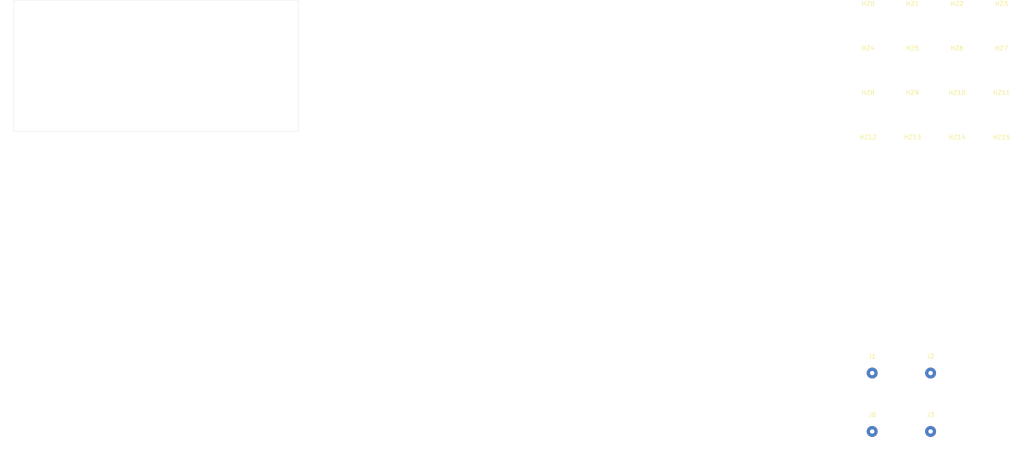
<source format=kicad_pcb>
(kicad_pcb (version 20171130) (host pcbnew 5.1.5-52549c5~86~ubuntu18.04.1)

  (general
    (thickness 1.6)
    (drawings 4)
    (tracks 0)
    (zones 0)
    (modules 74)
    (nets 2)
  )

  (page A4)
  (title_block
    (title "A03 BACKPLATE")
    (company Galopago)
  )

  (layers
    (0 F.Cu signal)
    (31 B.Cu signal)
    (32 B.Adhes user)
    (33 F.Adhes user)
    (34 B.Paste user)
    (35 F.Paste user)
    (36 B.SilkS user)
    (37 F.SilkS user)
    (38 B.Mask user)
    (39 F.Mask user)
    (40 Dwgs.User user)
    (41 Cmts.User user)
    (42 Eco1.User user)
    (43 Eco2.User user)
    (44 Edge.Cuts user)
    (45 Margin user)
    (46 B.CrtYd user)
    (47 F.CrtYd user)
    (48 B.Fab user)
    (49 F.Fab user)
  )

  (setup
    (last_trace_width 0.25)
    (trace_clearance 0.2)
    (zone_clearance 0.508)
    (zone_45_only no)
    (trace_min 0.2)
    (via_size 0.8)
    (via_drill 0.4)
    (via_min_size 0.4)
    (via_min_drill 0.3)
    (uvia_size 0.3)
    (uvia_drill 0.1)
    (uvias_allowed no)
    (uvia_min_size 0.2)
    (uvia_min_drill 0.1)
    (edge_width 0.05)
    (segment_width 0.2)
    (pcb_text_width 0.3)
    (pcb_text_size 1.5 1.5)
    (mod_edge_width 0.12)
    (mod_text_size 1 1)
    (mod_text_width 0.15)
    (pad_size 3 3)
    (pad_drill 3)
    (pad_to_mask_clearance 0.051)
    (solder_mask_min_width 0.25)
    (aux_axis_origin 0 0)
    (visible_elements FFFFFF7F)
    (pcbplotparams
      (layerselection 0x010fc_ffffffff)
      (usegerberextensions false)
      (usegerberattributes false)
      (usegerberadvancedattributes false)
      (creategerberjobfile false)
      (excludeedgelayer true)
      (linewidth 0.100000)
      (plotframeref false)
      (viasonmask false)
      (mode 1)
      (useauxorigin false)
      (hpglpennumber 1)
      (hpglpenspeed 20)
      (hpglpendiameter 15.000000)
      (psnegative false)
      (psa4output false)
      (plotreference true)
      (plotvalue true)
      (plotinvisibletext false)
      (padsonsilk false)
      (subtractmaskfromsilk false)
      (outputformat 1)
      (mirror false)
      (drillshape 1)
      (scaleselection 1)
      (outputdirectory ""))
  )

  (net 0 "")
  (net 1 "Net-(J0-Pad1)")

  (net_class Default "This is the default net class."
    (clearance 0.2)
    (trace_width 0.25)
    (via_dia 0.8)
    (via_drill 0.4)
    (uvia_dia 0.3)
    (uvia_drill 0.1)
    (add_net "Net-(J0-Pad1)")
  )

  (module MountingHole:MountingHole_3mm (layer F.Cu) (tedit 56D1B4CB) (tstamp 5F35EC19)
    (at 155.89 44.13)
    (descr "Mounting Hole 3mm, no annular")
    (tags "mounting hole 3mm no annular")
    (path /5F35C815)
    (attr virtual)
    (fp_text reference HC13 (at 0 -4) (layer F.SilkS) hide
      (effects (font (size 1 1) (thickness 0.15)))
    )
    (fp_text value MountingHole (at 0 4) (layer F.Fab)
      (effects (font (size 1 1) (thickness 0.15)))
    )
    (fp_circle (center 0 0) (end 3.25 0) (layer F.CrtYd) (width 0.05))
    (fp_circle (center 0 0) (end 3 0) (layer Cmts.User) (width 0.15))
    (fp_text user %R (at 0.3 0) (layer F.Fab)
      (effects (font (size 1 1) (thickness 0.15)))
    )
    (pad 1 np_thru_hole circle (at 0 0) (size 3 3) (drill 3) (layers *.Cu *.Mask))
  )

  (module Connector_Wire:SolderWirePad_1x01_Drill1mm (layer F.Cu) (tedit 5AEE5EBE) (tstamp 5F35F171)
    (at 231.14 117.475)
    (descr "Wire solder connection")
    (tags connector)
    (path /5F5DDB13)
    (attr virtual)
    (fp_text reference J3 (at 0 -3.81) (layer F.SilkS)
      (effects (font (size 1 1) (thickness 0.15)))
    )
    (fp_text value Conn_01x01_Male (at 0 3.175) (layer F.Fab)
      (effects (font (size 1 1) (thickness 0.15)))
    )
    (fp_line (start 1.75 1.75) (end -1.75 1.75) (layer F.CrtYd) (width 0.05))
    (fp_line (start 1.75 1.75) (end 1.75 -1.75) (layer F.CrtYd) (width 0.05))
    (fp_line (start -1.75 -1.75) (end -1.75 1.75) (layer F.CrtYd) (width 0.05))
    (fp_line (start -1.75 -1.75) (end 1.75 -1.75) (layer F.CrtYd) (width 0.05))
    (fp_text user %R (at 0 0) (layer F.Fab)
      (effects (font (size 1 1) (thickness 0.15)))
    )
    (pad 1 thru_hole circle (at 0 0) (size 2.49936 2.49936) (drill 1.00076) (layers *.Cu *.Mask)
      (net 1 "Net-(J0-Pad1)"))
  )

  (module Connector_Wire:SolderWirePad_1x01_Drill1mm (layer F.Cu) (tedit 5AEE5EBE) (tstamp 5F35F167)
    (at 231.14 104.14)
    (descr "Wire solder connection")
    (tags connector)
    (path /5F5DCAC3)
    (attr virtual)
    (fp_text reference J2 (at 0 -3.81) (layer F.SilkS)
      (effects (font (size 1 1) (thickness 0.15)))
    )
    (fp_text value Conn_01x01_Male (at 0 3.175) (layer F.Fab)
      (effects (font (size 1 1) (thickness 0.15)))
    )
    (fp_line (start 1.75 1.75) (end -1.75 1.75) (layer F.CrtYd) (width 0.05))
    (fp_line (start 1.75 1.75) (end 1.75 -1.75) (layer F.CrtYd) (width 0.05))
    (fp_line (start -1.75 -1.75) (end -1.75 1.75) (layer F.CrtYd) (width 0.05))
    (fp_line (start -1.75 -1.75) (end 1.75 -1.75) (layer F.CrtYd) (width 0.05))
    (fp_text user %R (at 0 0) (layer F.Fab)
      (effects (font (size 1 1) (thickness 0.15)))
    )
    (pad 1 thru_hole circle (at 0 0) (size 2.49936 2.49936) (drill 1.00076) (layers *.Cu *.Mask)
      (net 1 "Net-(J0-Pad1)"))
  )

  (module Connector_Wire:SolderWirePad_1x01_Drill1mm (layer F.Cu) (tedit 5AEE5EBE) (tstamp 5F35F15D)
    (at 217.805 104.14)
    (descr "Wire solder connection")
    (tags connector)
    (path /5F5DB1C6)
    (attr virtual)
    (fp_text reference J1 (at 0 -3.81) (layer F.SilkS)
      (effects (font (size 1 1) (thickness 0.15)))
    )
    (fp_text value Conn_01x01_Male (at 0 3.175) (layer F.Fab)
      (effects (font (size 1 1) (thickness 0.15)))
    )
    (fp_line (start 1.75 1.75) (end -1.75 1.75) (layer F.CrtYd) (width 0.05))
    (fp_line (start 1.75 1.75) (end 1.75 -1.75) (layer F.CrtYd) (width 0.05))
    (fp_line (start -1.75 -1.75) (end -1.75 1.75) (layer F.CrtYd) (width 0.05))
    (fp_line (start -1.75 -1.75) (end 1.75 -1.75) (layer F.CrtYd) (width 0.05))
    (fp_text user %R (at 0 0) (layer F.Fab)
      (effects (font (size 1 1) (thickness 0.15)))
    )
    (pad 1 thru_hole circle (at 0 0) (size 2.49936 2.49936) (drill 1.00076) (layers *.Cu *.Mask)
      (net 1 "Net-(J0-Pad1)"))
  )

  (module Connector_Wire:SolderWirePad_1x01_Drill1mm (layer F.Cu) (tedit 5AEE5EBE) (tstamp 5F35F153)
    (at 217.805 117.475)
    (descr "Wire solder connection")
    (tags connector)
    (path /5F5D91C6)
    (attr virtual)
    (fp_text reference J0 (at 0 -3.81) (layer F.SilkS)
      (effects (font (size 1 1) (thickness 0.15)))
    )
    (fp_text value Conn_01x01_Male (at 0 3.175) (layer F.Fab)
      (effects (font (size 1 1) (thickness 0.15)))
    )
    (fp_line (start 1.75 1.75) (end -1.75 1.75) (layer F.CrtYd) (width 0.05))
    (fp_line (start 1.75 1.75) (end 1.75 -1.75) (layer F.CrtYd) (width 0.05))
    (fp_line (start -1.75 -1.75) (end -1.75 1.75) (layer F.CrtYd) (width 0.05))
    (fp_line (start -1.75 -1.75) (end 1.75 -1.75) (layer F.CrtYd) (width 0.05))
    (fp_text user %R (at 0 0) (layer F.Fab)
      (effects (font (size 1 1) (thickness 0.15)))
    )
    (pad 1 thru_hole circle (at 0 0) (size 2.49936 2.49936) (drill 1.00076) (layers *.Cu *.Mask)
      (net 1 "Net-(J0-Pad1)"))
  )

  (module MountingHole:MountingHole_3mm (layer F.Cu) (tedit 56D1B4CB) (tstamp 5F35F149)
    (at 247.33 54.29)
    (descr "Mounting Hole 3mm, no annular")
    (tags "mounting hole 3mm no annular")
    (path /5F3D032D)
    (attr virtual)
    (fp_text reference HZ15 (at 0 -4) (layer F.SilkS)
      (effects (font (size 1 1) (thickness 0.15)))
    )
    (fp_text value MountingHole (at 0 4) (layer F.Fab)
      (effects (font (size 1 1) (thickness 0.15)))
    )
    (fp_circle (center 0 0) (end 3.25 0) (layer F.CrtYd) (width 0.05))
    (fp_circle (center 0 0) (end 3 0) (layer Cmts.User) (width 0.15))
    (fp_text user %R (at 0.3 0) (layer F.Fab)
      (effects (font (size 1 1) (thickness 0.15)))
    )
    (pad 1 np_thru_hole circle (at 0 0) (size 3 3) (drill 3) (layers *.Cu *.Mask))
  )

  (module MountingHole:MountingHole_3mm (layer F.Cu) (tedit 56D1B4CB) (tstamp 5F35F141)
    (at 237.17 54.29)
    (descr "Mounting Hole 3mm, no annular")
    (tags "mounting hole 3mm no annular")
    (path /5F3CE27E)
    (attr virtual)
    (fp_text reference HZ14 (at 0 -4) (layer F.SilkS)
      (effects (font (size 1 1) (thickness 0.15)))
    )
    (fp_text value MountingHole (at 0 4) (layer F.Fab)
      (effects (font (size 1 1) (thickness 0.15)))
    )
    (fp_circle (center 0 0) (end 3.25 0) (layer F.CrtYd) (width 0.05))
    (fp_circle (center 0 0) (end 3 0) (layer Cmts.User) (width 0.15))
    (fp_text user %R (at 0.3 0) (layer F.Fab)
      (effects (font (size 1 1) (thickness 0.15)))
    )
    (pad 1 np_thru_hole circle (at 0 0) (size 3 3) (drill 3) (layers *.Cu *.Mask))
  )

  (module MountingHole:MountingHole_3mm (layer F.Cu) (tedit 56D1B4CB) (tstamp 5F35F139)
    (at 227.01 54.29)
    (descr "Mounting Hole 3mm, no annular")
    (tags "mounting hole 3mm no annular")
    (path /5F3CDC24)
    (attr virtual)
    (fp_text reference HZ13 (at 0 -4) (layer F.SilkS)
      (effects (font (size 1 1) (thickness 0.15)))
    )
    (fp_text value MountingHole (at 0 4) (layer F.Fab)
      (effects (font (size 1 1) (thickness 0.15)))
    )
    (fp_circle (center 0 0) (end 3.25 0) (layer F.CrtYd) (width 0.05))
    (fp_circle (center 0 0) (end 3 0) (layer Cmts.User) (width 0.15))
    (fp_text user %R (at 0.3 0) (layer F.Fab)
      (effects (font (size 1 1) (thickness 0.15)))
    )
    (pad 1 np_thru_hole circle (at 0 0) (size 3 3) (drill 3) (layers *.Cu *.Mask))
  )

  (module MountingHole:MountingHole_3mm (layer F.Cu) (tedit 56D1B4CB) (tstamp 5F35F131)
    (at 216.85 54.29)
    (descr "Mounting Hole 3mm, no annular")
    (tags "mounting hole 3mm no annular")
    (path /5F3CD56D)
    (attr virtual)
    (fp_text reference HZ12 (at 0 -4) (layer F.SilkS)
      (effects (font (size 1 1) (thickness 0.15)))
    )
    (fp_text value MountingHole (at 0 4) (layer F.Fab)
      (effects (font (size 1 1) (thickness 0.15)))
    )
    (fp_circle (center 0 0) (end 3.25 0) (layer F.CrtYd) (width 0.05))
    (fp_circle (center 0 0) (end 3 0) (layer Cmts.User) (width 0.15))
    (fp_text user %R (at 0.3 0) (layer F.Fab)
      (effects (font (size 1 1) (thickness 0.15)))
    )
    (pad 1 np_thru_hole circle (at 0 0) (size 3 3) (drill 3) (layers *.Cu *.Mask))
  )

  (module MountingHole:MountingHole_3mm (layer F.Cu) (tedit 56D1B4CB) (tstamp 5F35F129)
    (at 247.33 44.13)
    (descr "Mounting Hole 3mm, no annular")
    (tags "mounting hole 3mm no annular")
    (path /5F3CFC6E)
    (attr virtual)
    (fp_text reference HZ11 (at 0 -4) (layer F.SilkS)
      (effects (font (size 1 1) (thickness 0.15)))
    )
    (fp_text value MountingHole (at 0 4) (layer F.Fab)
      (effects (font (size 1 1) (thickness 0.15)))
    )
    (fp_circle (center 0 0) (end 3.25 0) (layer F.CrtYd) (width 0.05))
    (fp_circle (center 0 0) (end 3 0) (layer Cmts.User) (width 0.15))
    (fp_text user %R (at 0.3 0) (layer F.Fab)
      (effects (font (size 1 1) (thickness 0.15)))
    )
    (pad 1 np_thru_hole circle (at 0 0) (size 3 3) (drill 3) (layers *.Cu *.Mask))
  )

  (module MountingHole:MountingHole_3mm (layer F.Cu) (tedit 56D1B4CB) (tstamp 5F35F121)
    (at 237.17 44.13)
    (descr "Mounting Hole 3mm, no annular")
    (tags "mounting hole 3mm no annular")
    (path /5F3CC79E)
    (attr virtual)
    (fp_text reference HZ10 (at 0 -4) (layer F.SilkS)
      (effects (font (size 1 1) (thickness 0.15)))
    )
    (fp_text value MountingHole (at 0 4) (layer F.Fab)
      (effects (font (size 1 1) (thickness 0.15)))
    )
    (fp_circle (center 0 0) (end 3.25 0) (layer F.CrtYd) (width 0.05))
    (fp_circle (center 0 0) (end 3 0) (layer Cmts.User) (width 0.15))
    (fp_text user %R (at 0.3 0) (layer F.Fab)
      (effects (font (size 1 1) (thickness 0.15)))
    )
    (pad 1 np_thru_hole circle (at 0 0) (size 3 3) (drill 3) (layers *.Cu *.Mask))
  )

  (module MountingHole:MountingHole_3mm (layer F.Cu) (tedit 56D1B4CB) (tstamp 5F35F119)
    (at 227.01 44.13)
    (descr "Mounting Hole 3mm, no annular")
    (tags "mounting hole 3mm no annular")
    (path /5F3CB303)
    (attr virtual)
    (fp_text reference HZ9 (at 0 -4) (layer F.SilkS)
      (effects (font (size 1 1) (thickness 0.15)))
    )
    (fp_text value MountingHole (at 0 4) (layer F.Fab)
      (effects (font (size 1 1) (thickness 0.15)))
    )
    (fp_circle (center 0 0) (end 3.25 0) (layer F.CrtYd) (width 0.05))
    (fp_circle (center 0 0) (end 3 0) (layer Cmts.User) (width 0.15))
    (fp_text user %R (at 0.3 0) (layer F.Fab)
      (effects (font (size 1 1) (thickness 0.15)))
    )
    (pad 1 np_thru_hole circle (at 0 0) (size 3 3) (drill 3) (layers *.Cu *.Mask))
  )

  (module MountingHole:MountingHole_3mm (layer F.Cu) (tedit 56D1B4CB) (tstamp 5F35F111)
    (at 216.85 44.13)
    (descr "Mounting Hole 3mm, no annular")
    (tags "mounting hole 3mm no annular")
    (path /5F3CABDB)
    (attr virtual)
    (fp_text reference HZ8 (at 0 -4) (layer F.SilkS)
      (effects (font (size 1 1) (thickness 0.15)))
    )
    (fp_text value MountingHole (at 0 4) (layer F.Fab)
      (effects (font (size 1 1) (thickness 0.15)))
    )
    (fp_circle (center 0 0) (end 3.25 0) (layer F.CrtYd) (width 0.05))
    (fp_circle (center 0 0) (end 3 0) (layer Cmts.User) (width 0.15))
    (fp_text user %R (at 0.3 0) (layer F.Fab)
      (effects (font (size 1 1) (thickness 0.15)))
    )
    (pad 1 np_thru_hole circle (at 0 0) (size 3 3) (drill 3) (layers *.Cu *.Mask))
  )

  (module MountingHole:MountingHole_3mm (layer F.Cu) (tedit 56D1B4CB) (tstamp 5F35F109)
    (at 247.33 33.97)
    (descr "Mounting Hole 3mm, no annular")
    (tags "mounting hole 3mm no annular")
    (path /5F3CF604)
    (attr virtual)
    (fp_text reference HZ7 (at 0 -4) (layer F.SilkS)
      (effects (font (size 1 1) (thickness 0.15)))
    )
    (fp_text value MountingHole (at 0 4) (layer F.Fab)
      (effects (font (size 1 1) (thickness 0.15)))
    )
    (fp_circle (center 0 0) (end 3.25 0) (layer F.CrtYd) (width 0.05))
    (fp_circle (center 0 0) (end 3 0) (layer Cmts.User) (width 0.15))
    (fp_text user %R (at 0.3 0) (layer F.Fab)
      (effects (font (size 1 1) (thickness 0.15)))
    )
    (pad 1 np_thru_hole circle (at 0 0) (size 3 3) (drill 3) (layers *.Cu *.Mask))
  )

  (module MountingHole:MountingHole_3mm (layer F.Cu) (tedit 56D1B4CB) (tstamp 5F35F101)
    (at 237.17 33.97)
    (descr "Mounting Hole 3mm, no annular")
    (tags "mounting hole 3mm no annular")
    (path /5F36DB1A)
    (attr virtual)
    (fp_text reference HZ6 (at 0 -4) (layer F.SilkS)
      (effects (font (size 1 1) (thickness 0.15)))
    )
    (fp_text value MountingHole (at 0 4) (layer F.Fab)
      (effects (font (size 1 1) (thickness 0.15)))
    )
    (fp_circle (center 0 0) (end 3.25 0) (layer F.CrtYd) (width 0.05))
    (fp_circle (center 0 0) (end 3 0) (layer Cmts.User) (width 0.15))
    (fp_text user %R (at 0.3 0) (layer F.Fab)
      (effects (font (size 1 1) (thickness 0.15)))
    )
    (pad 1 np_thru_hole circle (at 0 0) (size 3 3) (drill 3) (layers *.Cu *.Mask))
  )

  (module MountingHole:MountingHole_3mm (layer F.Cu) (tedit 56D1B4CB) (tstamp 5F35F0F9)
    (at 227.01 33.97)
    (descr "Mounting Hole 3mm, no annular")
    (tags "mounting hole 3mm no annular")
    (path /5F36D408)
    (attr virtual)
    (fp_text reference HZ5 (at 0 -4) (layer F.SilkS)
      (effects (font (size 1 1) (thickness 0.15)))
    )
    (fp_text value MountingHole (at 0 4) (layer F.Fab)
      (effects (font (size 1 1) (thickness 0.15)))
    )
    (fp_circle (center 0 0) (end 3.25 0) (layer F.CrtYd) (width 0.05))
    (fp_circle (center 0 0) (end 3 0) (layer Cmts.User) (width 0.15))
    (fp_text user %R (at 0.3 0) (layer F.Fab)
      (effects (font (size 1 1) (thickness 0.15)))
    )
    (pad 1 np_thru_hole circle (at 0 0) (size 3 3) (drill 3) (layers *.Cu *.Mask))
  )

  (module MountingHole:MountingHole_3mm (layer F.Cu) (tedit 56D1B4CB) (tstamp 5F35F0F1)
    (at 216.85 33.97)
    (descr "Mounting Hole 3mm, no annular")
    (tags "mounting hole 3mm no annular")
    (path /5F36C847)
    (attr virtual)
    (fp_text reference HZ4 (at 0 -4) (layer F.SilkS)
      (effects (font (size 1 1) (thickness 0.15)))
    )
    (fp_text value MountingHole (at 0 4) (layer F.Fab)
      (effects (font (size 1 1) (thickness 0.15)))
    )
    (fp_circle (center 0 0) (end 3.25 0) (layer F.CrtYd) (width 0.05))
    (fp_circle (center 0 0) (end 3 0) (layer Cmts.User) (width 0.15))
    (fp_text user %R (at 0.3 0) (layer F.Fab)
      (effects (font (size 1 1) (thickness 0.15)))
    )
    (pad 1 np_thru_hole circle (at 0 0) (size 3 3) (drill 3) (layers *.Cu *.Mask))
  )

  (module MountingHole:MountingHole_3mm (layer F.Cu) (tedit 56D1B4CB) (tstamp 5F35F0E9)
    (at 247.33 23.81)
    (descr "Mounting Hole 3mm, no annular")
    (tags "mounting hole 3mm no annular")
    (path /5F3CF0DC)
    (attr virtual)
    (fp_text reference HZ3 (at 0 -4) (layer F.SilkS)
      (effects (font (size 1 1) (thickness 0.15)))
    )
    (fp_text value MountingHole (at 0 4) (layer F.Fab)
      (effects (font (size 1 1) (thickness 0.15)))
    )
    (fp_circle (center 0 0) (end 3.25 0) (layer F.CrtYd) (width 0.05))
    (fp_circle (center 0 0) (end 3 0) (layer Cmts.User) (width 0.15))
    (fp_text user %R (at 0.3 0) (layer F.Fab)
      (effects (font (size 1 1) (thickness 0.15)))
    )
    (pad 1 np_thru_hole circle (at 0 0) (size 3 3) (drill 3) (layers *.Cu *.Mask))
  )

  (module MountingHole:MountingHole_3mm (layer F.Cu) (tedit 56D1B4CB) (tstamp 5F35F0E1)
    (at 237.17 23.81)
    (descr "Mounting Hole 3mm, no annular")
    (tags "mounting hole 3mm no annular")
    (path /5F362B56)
    (attr virtual)
    (fp_text reference HZ2 (at 0 -4) (layer F.SilkS)
      (effects (font (size 1 1) (thickness 0.15)))
    )
    (fp_text value MountingHole (at 0 4) (layer F.Fab)
      (effects (font (size 1 1) (thickness 0.15)))
    )
    (fp_circle (center 0 0) (end 3.25 0) (layer F.CrtYd) (width 0.05))
    (fp_circle (center 0 0) (end 3 0) (layer Cmts.User) (width 0.15))
    (fp_text user %R (at 0.3 0) (layer F.Fab)
      (effects (font (size 1 1) (thickness 0.15)))
    )
    (pad 1 np_thru_hole circle (at 0 0) (size 3 3) (drill 3) (layers *.Cu *.Mask))
  )

  (module MountingHole:MountingHole_3mm (layer F.Cu) (tedit 56D1B4CB) (tstamp 5F35F0D9)
    (at 227.01 23.81)
    (descr "Mounting Hole 3mm, no annular")
    (tags "mounting hole 3mm no annular")
    (path /5F36A8A0)
    (attr virtual)
    (fp_text reference HZ1 (at 0 -4) (layer F.SilkS)
      (effects (font (size 1 1) (thickness 0.15)))
    )
    (fp_text value MountingHole (at 0 4) (layer F.Fab)
      (effects (font (size 1 1) (thickness 0.15)))
    )
    (fp_circle (center 0 0) (end 3.25 0) (layer F.CrtYd) (width 0.05))
    (fp_circle (center 0 0) (end 3 0) (layer Cmts.User) (width 0.15))
    (fp_text user %R (at 0.3 0) (layer F.Fab)
      (effects (font (size 1 1) (thickness 0.15)))
    )
    (pad 1 np_thru_hole circle (at 0 0) (size 3 3) (drill 3) (layers *.Cu *.Mask))
  )

  (module MountingHole:MountingHole_3mm (layer F.Cu) (tedit 56D1B4CB) (tstamp 5F35F0D1)
    (at 216.85 23.81)
    (descr "Mounting Hole 3mm, no annular")
    (tags "mounting hole 3mm no annular")
    (path /5F36B590)
    (attr virtual)
    (fp_text reference HZ0 (at 0 -4) (layer F.SilkS)
      (effects (font (size 1 1) (thickness 0.15)))
    )
    (fp_text value MountingHole (at 0 4) (layer F.Fab)
      (effects (font (size 1 1) (thickness 0.15)))
    )
    (fp_circle (center 0 0) (end 3.25 0) (layer F.CrtYd) (width 0.05))
    (fp_circle (center 0 0) (end 3 0) (layer Cmts.User) (width 0.15))
    (fp_text user %R (at 0.3 0) (layer F.Fab)
      (effects (font (size 1 1) (thickness 0.15)))
    )
    (pad 1 np_thru_hole circle (at 0 0) (size 3 3) (drill 3) (layers *.Cu *.Mask))
  )

  (module MountingHole:MountingHole_3mm (layer F.Cu) (tedit 56D1B4CB) (tstamp 5F35F0C9)
    (at 54.29 23.81)
    (descr "Mounting Hole 3mm, no annular")
    (tags "mounting hole 3mm no annular")
    (path /5F3252AF)
    (attr virtual)
    (fp_text reference HA3 (at 0 -4) (layer F.SilkS) hide
      (effects (font (size 1 1) (thickness 0.15)))
    )
    (fp_text value MountingHole (at 0 4) (layer F.Fab)
      (effects (font (size 1 1) (thickness 0.15)))
    )
    (fp_circle (center 0 0) (end 3.25 0) (layer F.CrtYd) (width 0.05))
    (fp_circle (center 0 0) (end 3 0) (layer Cmts.User) (width 0.15))
    (fp_text user %R (at 0.3 0) (layer F.Fab)
      (effects (font (size 1 1) (thickness 0.15)))
    )
    (pad 1 np_thru_hole circle (at 0 0) (size 3 3) (drill 3) (layers *.Cu *.Mask))
  )

  (module MountingHole:MountingHole_3mm (layer F.Cu) (tedit 56D1B4CB) (tstamp 5F35EC41)
    (at 74.61 44.13)
    (descr "Mounting Hole 3mm, no annular")
    (tags "mounting hole 3mm no annular")
    (path /5F339B51)
    (attr virtual)
    (fp_text reference HC5 (at 0 -4) (layer F.SilkS) hide
      (effects (font (size 1 1) (thickness 0.15)))
    )
    (fp_text value MountingHole (at 0 4) (layer F.Fab)
      (effects (font (size 1 1) (thickness 0.15)))
    )
    (fp_circle (center 0 0) (end 3.25 0) (layer F.CrtYd) (width 0.05))
    (fp_circle (center 0 0) (end 3 0) (layer Cmts.User) (width 0.15))
    (fp_text user %R (at 0.3 0) (layer F.Fab)
      (effects (font (size 1 1) (thickness 0.15)))
    )
    (pad 1 np_thru_hole circle (at 0 0) (size 3 3) (drill 3) (layers *.Cu *.Mask))
  )

  (module MountingHole:MountingHole_3mm (layer F.Cu) (tedit 56D1B4CB) (tstamp 5F35EC39)
    (at 196.53 44.13)
    (descr "Mounting Hole 3mm, no annular")
    (tags "mounting hole 3mm no annular")
    (path /5F368321)
    (attr virtual)
    (fp_text reference HC17 (at 0 -4) (layer F.SilkS) hide
      (effects (font (size 1 1) (thickness 0.15)))
    )
    (fp_text value MountingHole (at 0 4) (layer F.Fab)
      (effects (font (size 1 1) (thickness 0.15)))
    )
    (fp_circle (center 0 0) (end 3.25 0) (layer F.CrtYd) (width 0.05))
    (fp_circle (center 0 0) (end 3 0) (layer Cmts.User) (width 0.15))
    (fp_text user %R (at 0.3 0) (layer F.Fab)
      (effects (font (size 1 1) (thickness 0.15)))
    )
    (pad 1 np_thru_hole circle (at 0 0) (size 3 3) (drill 3) (layers *.Cu *.Mask))
  )

  (module MountingHole:MountingHole_3mm (layer F.Cu) (tedit 56D1B4CB) (tstamp 5F35EC31)
    (at 186.37 44.13)
    (descr "Mounting Hole 3mm, no annular")
    (tags "mounting hole 3mm no annular")
    (path /5F3676F1)
    (attr virtual)
    (fp_text reference HC16 (at 0 -4) (layer F.SilkS) hide
      (effects (font (size 1 1) (thickness 0.15)))
    )
    (fp_text value MountingHole (at 0 4) (layer F.Fab)
      (effects (font (size 1 1) (thickness 0.15)))
    )
    (fp_circle (center 0 0) (end 3.25 0) (layer F.CrtYd) (width 0.05))
    (fp_circle (center 0 0) (end 3 0) (layer Cmts.User) (width 0.15))
    (fp_text user %R (at 0.3 0) (layer F.Fab)
      (effects (font (size 1 1) (thickness 0.15)))
    )
    (pad 1 np_thru_hole circle (at 0 0) (size 3 3) (drill 3) (layers *.Cu *.Mask))
  )

  (module MountingHole:MountingHole_3mm (layer F.Cu) (tedit 56D1B4CB) (tstamp 5F35EC29)
    (at 176.21 44.13)
    (descr "Mounting Hole 3mm, no annular")
    (tags "mounting hole 3mm no annular")
    (path /5F366B68)
    (attr virtual)
    (fp_text reference HC15 (at 0 -4) (layer F.SilkS) hide
      (effects (font (size 1 1) (thickness 0.15)))
    )
    (fp_text value MountingHole (at 0 4) (layer F.Fab)
      (effects (font (size 1 1) (thickness 0.15)))
    )
    (fp_circle (center 0 0) (end 3.25 0) (layer F.CrtYd) (width 0.05))
    (fp_circle (center 0 0) (end 3 0) (layer Cmts.User) (width 0.15))
    (fp_text user %R (at 0.3 0) (layer F.Fab)
      (effects (font (size 1 1) (thickness 0.15)))
    )
    (pad 1 np_thru_hole circle (at 0 0) (size 3 3) (drill 3) (layers *.Cu *.Mask))
  )

  (module MountingHole:MountingHole_3mm (layer F.Cu) (tedit 56D1B4CB) (tstamp 5F35EC21)
    (at 166.05 44.13)
    (descr "Mounting Hole 3mm, no annular")
    (tags "mounting hole 3mm no annular")
    (path /5F365F49)
    (attr virtual)
    (fp_text reference HC14 (at 0 -4) (layer F.SilkS) hide
      (effects (font (size 1 1) (thickness 0.15)))
    )
    (fp_text value MountingHole (at 0 4) (layer F.Fab)
      (effects (font (size 1 1) (thickness 0.15)))
    )
    (fp_circle (center 0 0) (end 3.25 0) (layer F.CrtYd) (width 0.05))
    (fp_circle (center 0 0) (end 3 0) (layer Cmts.User) (width 0.15))
    (fp_text user %R (at 0.3 0) (layer F.Fab)
      (effects (font (size 1 1) (thickness 0.15)))
    )
    (pad 1 np_thru_hole circle (at 0 0) (size 3 3) (drill 3) (layers *.Cu *.Mask))
  )

  (module MountingHole:MountingHole_3mm (layer F.Cu) (tedit 56D1B4CB) (tstamp 5F35EC11)
    (at 145.73 44.13)
    (descr "Mounting Hole 3mm, no annular")
    (tags "mounting hole 3mm no annular")
    (path /5F3573C1)
    (attr virtual)
    (fp_text reference HC12 (at 0 -4) (layer F.SilkS) hide
      (effects (font (size 1 1) (thickness 0.15)))
    )
    (fp_text value MountingHole (at 0 4) (layer F.Fab)
      (effects (font (size 1 1) (thickness 0.15)))
    )
    (fp_circle (center 0 0) (end 3.25 0) (layer F.CrtYd) (width 0.05))
    (fp_circle (center 0 0) (end 3 0) (layer Cmts.User) (width 0.15))
    (fp_text user %R (at 0.3 0) (layer F.Fab)
      (effects (font (size 1 1) (thickness 0.15)))
    )
    (pad 1 np_thru_hole circle (at 0 0) (size 3 3) (drill 3) (layers *.Cu *.Mask))
  )

  (module MountingHole:MountingHole_3mm (layer F.Cu) (tedit 56D1B4CB) (tstamp 5F35EC09)
    (at 135.57 44.13)
    (descr "Mounting Hole 3mm, no annular")
    (tags "mounting hole 3mm no annular")
    (path /5F352897)
    (attr virtual)
    (fp_text reference HC11 (at 0 -4) (layer F.SilkS) hide
      (effects (font (size 1 1) (thickness 0.15)))
    )
    (fp_text value MountingHole (at 0 4) (layer F.Fab)
      (effects (font (size 1 1) (thickness 0.15)))
    )
    (fp_circle (center 0 0) (end 3.25 0) (layer F.CrtYd) (width 0.05))
    (fp_circle (center 0 0) (end 3 0) (layer Cmts.User) (width 0.15))
    (fp_text user %R (at 0.3 0) (layer F.Fab)
      (effects (font (size 1 1) (thickness 0.15)))
    )
    (pad 1 np_thru_hole circle (at 0 0) (size 3 3) (drill 3) (layers *.Cu *.Mask))
  )

  (module MountingHole:MountingHole_3mm (layer F.Cu) (tedit 56D1B4CB) (tstamp 5F35EC01)
    (at 125.41 44.13)
    (descr "Mounting Hole 3mm, no annular")
    (tags "mounting hole 3mm no annular")
    (path /5F34E384)
    (attr virtual)
    (fp_text reference HC10 (at 0 -4) (layer F.SilkS) hide
      (effects (font (size 1 1) (thickness 0.15)))
    )
    (fp_text value MountingHole (at 0 4) (layer F.Fab)
      (effects (font (size 1 1) (thickness 0.15)))
    )
    (fp_circle (center 0 0) (end 3.25 0) (layer F.CrtYd) (width 0.05))
    (fp_circle (center 0 0) (end 3 0) (layer Cmts.User) (width 0.15))
    (fp_text user %R (at 0.3 0) (layer F.Fab)
      (effects (font (size 1 1) (thickness 0.15)))
    )
    (pad 1 np_thru_hole circle (at 0 0) (size 3 3) (drill 3) (layers *.Cu *.Mask))
  )

  (module MountingHole:MountingHole_3mm (layer F.Cu) (tedit 56D1B4CB) (tstamp 5F35EBF9)
    (at 115.25 44.13)
    (descr "Mounting Hole 3mm, no annular")
    (tags "mounting hole 3mm no annular")
    (path /5F34A303)
    (attr virtual)
    (fp_text reference HC9 (at 0 -4) (layer F.SilkS) hide
      (effects (font (size 1 1) (thickness 0.15)))
    )
    (fp_text value MountingHole (at 0 4) (layer F.Fab)
      (effects (font (size 1 1) (thickness 0.15)))
    )
    (fp_circle (center 0 0) (end 3.25 0) (layer F.CrtYd) (width 0.05))
    (fp_circle (center 0 0) (end 3 0) (layer Cmts.User) (width 0.15))
    (fp_text user %R (at 0.3 0) (layer F.Fab)
      (effects (font (size 1 1) (thickness 0.15)))
    )
    (pad 1 np_thru_hole circle (at 0 0) (size 3 3) (drill 3) (layers *.Cu *.Mask))
  )

  (module MountingHole:MountingHole_3mm (layer F.Cu) (tedit 56D1B4CB) (tstamp 5F35EBF1)
    (at 105.09 44.13)
    (descr "Mounting Hole 3mm, no annular")
    (tags "mounting hole 3mm no annular")
    (path /5F3465C0)
    (attr virtual)
    (fp_text reference HC8 (at 0 -4) (layer F.SilkS) hide
      (effects (font (size 1 1) (thickness 0.15)))
    )
    (fp_text value MountingHole (at 0 4) (layer F.Fab)
      (effects (font (size 1 1) (thickness 0.15)))
    )
    (fp_circle (center 0 0) (end 3.25 0) (layer F.CrtYd) (width 0.05))
    (fp_circle (center 0 0) (end 3 0) (layer Cmts.User) (width 0.15))
    (fp_text user %R (at 0.3 0) (layer F.Fab)
      (effects (font (size 1 1) (thickness 0.15)))
    )
    (pad 1 np_thru_hole circle (at 0 0) (size 3 3) (drill 3) (layers *.Cu *.Mask))
  )

  (module MountingHole:MountingHole_3mm (layer F.Cu) (tedit 56D1B4CB) (tstamp 5F35EBE9)
    (at 94.93 44.13)
    (descr "Mounting Hole 3mm, no annular")
    (tags "mounting hole 3mm no annular")
    (path /5F342D1B)
    (attr virtual)
    (fp_text reference HC7 (at 0 -4) (layer F.SilkS) hide
      (effects (font (size 1 1) (thickness 0.15)))
    )
    (fp_text value MountingHole (at 0 4) (layer F.Fab)
      (effects (font (size 1 1) (thickness 0.15)))
    )
    (fp_circle (center 0 0) (end 3.25 0) (layer F.CrtYd) (width 0.05))
    (fp_circle (center 0 0) (end 3 0) (layer Cmts.User) (width 0.15))
    (fp_text user %R (at 0.3 0) (layer F.Fab)
      (effects (font (size 1 1) (thickness 0.15)))
    )
    (pad 1 np_thru_hole circle (at 0 0) (size 3 3) (drill 3) (layers *.Cu *.Mask))
  )

  (module MountingHole:MountingHole_3mm (layer F.Cu) (tedit 56D1B4CB) (tstamp 5F35EBE1)
    (at 84.77 44.13)
    (descr "Mounting Hole 3mm, no annular")
    (tags "mounting hole 3mm no annular")
    (path /5F33F7F6)
    (attr virtual)
    (fp_text reference HC6 (at 0 -4) (layer F.SilkS) hide
      (effects (font (size 1 1) (thickness 0.15)))
    )
    (fp_text value MountingHole (at 0 4) (layer F.Fab)
      (effects (font (size 1 1) (thickness 0.15)))
    )
    (fp_circle (center 0 0) (end 3.25 0) (layer F.CrtYd) (width 0.05))
    (fp_circle (center 0 0) (end 3 0) (layer Cmts.User) (width 0.15))
    (fp_text user %R (at 0.3 0) (layer F.Fab)
      (effects (font (size 1 1) (thickness 0.15)))
    )
    (pad 1 np_thru_hole circle (at 0 0) (size 3 3) (drill 3) (layers *.Cu *.Mask))
  )

  (module MountingHole:MountingHole_3mm (layer F.Cu) (tedit 56D1B4CB) (tstamp 5F35EBD9)
    (at 64.45 44.13)
    (descr "Mounting Hole 3mm, no annular")
    (tags "mounting hole 3mm no annular")
    (path /5F336BBE)
    (attr virtual)
    (fp_text reference HC4 (at 0 -4) (layer F.SilkS) hide
      (effects (font (size 1 1) (thickness 0.15)))
    )
    (fp_text value MountingHole (at 0 4) (layer F.Fab)
      (effects (font (size 1 1) (thickness 0.15)))
    )
    (fp_circle (center 0 0) (end 3.25 0) (layer F.CrtYd) (width 0.05))
    (fp_circle (center 0 0) (end 3 0) (layer Cmts.User) (width 0.15))
    (fp_text user %R (at 0.3 0) (layer F.Fab)
      (effects (font (size 1 1) (thickness 0.15)))
    )
    (pad 1 np_thru_hole circle (at 0 0) (size 3 3) (drill 3) (layers *.Cu *.Mask))
  )

  (module MountingHole:MountingHole_3mm (layer F.Cu) (tedit 56D1B4CB) (tstamp 5F35EBD1)
    (at 54.29 44.13)
    (descr "Mounting Hole 3mm, no annular")
    (tags "mounting hole 3mm no annular")
    (path /5F3340C4)
    (attr virtual)
    (fp_text reference HC3 (at 0 -4) (layer F.SilkS) hide
      (effects (font (size 1 1) (thickness 0.15)))
    )
    (fp_text value MountingHole (at 0 4) (layer F.Fab)
      (effects (font (size 1 1) (thickness 0.15)))
    )
    (fp_circle (center 0 0) (end 3.25 0) (layer F.CrtYd) (width 0.05))
    (fp_circle (center 0 0) (end 3 0) (layer Cmts.User) (width 0.15))
    (fp_text user %R (at 0.3 0) (layer F.Fab)
      (effects (font (size 1 1) (thickness 0.15)))
    )
    (pad 1 np_thru_hole circle (at 0 0) (size 3 3) (drill 3) (layers *.Cu *.Mask))
  )

  (module MountingHole:MountingHole_3mm (layer F.Cu) (tedit 56D1B4CB) (tstamp 5F35EBC9)
    (at 44.13 44.13)
    (descr "Mounting Hole 3mm, no annular")
    (tags "mounting hole 3mm no annular")
    (path /5F32DC16)
    (attr virtual)
    (fp_text reference HC2 (at 0 -4) (layer F.SilkS) hide
      (effects (font (size 1 1) (thickness 0.15)))
    )
    (fp_text value MountingHole (at 0 4) (layer F.Fab)
      (effects (font (size 1 1) (thickness 0.15)))
    )
    (fp_circle (center 0 0) (end 3.25 0) (layer F.CrtYd) (width 0.05))
    (fp_circle (center 0 0) (end 3 0) (layer Cmts.User) (width 0.15))
    (fp_text user %R (at 0.3 0) (layer F.Fab)
      (effects (font (size 1 1) (thickness 0.15)))
    )
    (pad 1 np_thru_hole circle (at 0 0) (size 3 3) (drill 3) (layers *.Cu *.Mask))
  )

  (module MountingHole:MountingHole_3mm (layer F.Cu) (tedit 56D1B4CB) (tstamp 5F35EBC1)
    (at 33.97 44.13)
    (descr "Mounting Hole 3mm, no annular")
    (tags "mounting hole 3mm no annular")
    (path /5F32B9C0)
    (attr virtual)
    (fp_text reference HC1 (at 0 -4) (layer F.SilkS) hide
      (effects (font (size 1 1) (thickness 0.15)))
    )
    (fp_text value MountingHole (at 0 4) (layer F.Fab)
      (effects (font (size 1 1) (thickness 0.15)))
    )
    (fp_circle (center 0 0) (end 3.25 0) (layer F.CrtYd) (width 0.05))
    (fp_circle (center 0 0) (end 3 0) (layer Cmts.User) (width 0.15))
    (fp_text user %R (at 0.3 0) (layer F.Fab)
      (effects (font (size 1 1) (thickness 0.15)))
    )
    (pad 1 np_thru_hole circle (at 0 0) (size 3 3) (drill 3) (layers *.Cu *.Mask))
  )

  (module MountingHole:MountingHole_3mm (layer F.Cu) (tedit 56D1B4CB) (tstamp 5F35EBB9)
    (at 23.81 44.13)
    (descr "Mounting Hole 3mm, no annular")
    (tags "mounting hole 3mm no annular")
    (path /5F327B1C)
    (attr virtual)
    (fp_text reference HC0 (at 0 -4) (layer F.SilkS) hide
      (effects (font (size 1 1) (thickness 0.15)))
    )
    (fp_text value MountingHole (at 0 4) (layer F.Fab)
      (effects (font (size 1 1) (thickness 0.15)))
    )
    (fp_circle (center 0 0) (end 3.25 0) (layer F.CrtYd) (width 0.05))
    (fp_circle (center 0 0) (end 3 0) (layer Cmts.User) (width 0.15))
    (fp_text user %R (at 0.3 0) (layer F.Fab)
      (effects (font (size 1 1) (thickness 0.15)))
    )
    (pad 1 np_thru_hole circle (at 0 0) (size 3 3) (drill 3) (layers *.Cu *.Mask))
  )

  (module MountingHole:MountingHole_3mm (layer F.Cu) (tedit 56D1B4CB) (tstamp 5F35EBB1)
    (at 196.53 33.97)
    (descr "Mounting Hole 3mm, no annular")
    (tags "mounting hole 3mm no annular")
    (path /5F364BC1)
    (attr virtual)
    (fp_text reference HB17 (at 0 -4) (layer F.SilkS) hide
      (effects (font (size 1 1) (thickness 0.15)))
    )
    (fp_text value MountingHole (at 0 4) (layer F.Fab)
      (effects (font (size 1 1) (thickness 0.15)))
    )
    (fp_circle (center 0 0) (end 3.25 0) (layer F.CrtYd) (width 0.05))
    (fp_circle (center 0 0) (end 3 0) (layer Cmts.User) (width 0.15))
    (fp_text user %R (at 0.3 0) (layer F.Fab)
      (effects (font (size 1 1) (thickness 0.15)))
    )
    (pad 1 np_thru_hole circle (at 0 0) (size 3 3) (drill 3) (layers *.Cu *.Mask))
  )

  (module MountingHole:MountingHole_3mm (layer F.Cu) (tedit 56D1B4CB) (tstamp 5F35EBA9)
    (at 186.37 33.97)
    (descr "Mounting Hole 3mm, no annular")
    (tags "mounting hole 3mm no annular")
    (path /5F363EE5)
    (attr virtual)
    (fp_text reference HB16 (at 0 -4) (layer F.SilkS) hide
      (effects (font (size 1 1) (thickness 0.15)))
    )
    (fp_text value MountingHole (at 0 4) (layer F.Fab)
      (effects (font (size 1 1) (thickness 0.15)))
    )
    (fp_circle (center 0 0) (end 3.25 0) (layer F.CrtYd) (width 0.05))
    (fp_circle (center 0 0) (end 3 0) (layer Cmts.User) (width 0.15))
    (fp_text user %R (at 0.3 0) (layer F.Fab)
      (effects (font (size 1 1) (thickness 0.15)))
    )
    (pad 1 np_thru_hole circle (at 0 0) (size 3 3) (drill 3) (layers *.Cu *.Mask))
  )

  (module MountingHole:MountingHole_3mm (layer F.Cu) (tedit 56D1B4CB) (tstamp 5F35EBA1)
    (at 176.21 33.97)
    (descr "Mounting Hole 3mm, no annular")
    (tags "mounting hole 3mm no annular")
    (path /5F36330F)
    (attr virtual)
    (fp_text reference HB15 (at 0 -4) (layer F.SilkS) hide
      (effects (font (size 1 1) (thickness 0.15)))
    )
    (fp_text value MountingHole (at 0 4) (layer F.Fab)
      (effects (font (size 1 1) (thickness 0.15)))
    )
    (fp_circle (center 0 0) (end 3.25 0) (layer F.CrtYd) (width 0.05))
    (fp_circle (center 0 0) (end 3 0) (layer Cmts.User) (width 0.15))
    (fp_text user %R (at 0.3 0) (layer F.Fab)
      (effects (font (size 1 1) (thickness 0.15)))
    )
    (pad 1 np_thru_hole circle (at 0 0) (size 3 3) (drill 3) (layers *.Cu *.Mask))
  )

  (module MountingHole:MountingHole_3mm (layer F.Cu) (tedit 56D1B4CB) (tstamp 5F35EB99)
    (at 166.05 33.97)
    (descr "Mounting Hole 3mm, no annular")
    (tags "mounting hole 3mm no annular")
    (path /5F362692)
    (attr virtual)
    (fp_text reference HB14 (at 0 -4) (layer F.SilkS) hide
      (effects (font (size 1 1) (thickness 0.15)))
    )
    (fp_text value MountingHole (at 0 4) (layer F.Fab)
      (effects (font (size 1 1) (thickness 0.15)))
    )
    (fp_circle (center 0 0) (end 3.25 0) (layer F.CrtYd) (width 0.05))
    (fp_circle (center 0 0) (end 3 0) (layer Cmts.User) (width 0.15))
    (fp_text user %R (at 0.3 0) (layer F.Fab)
      (effects (font (size 1 1) (thickness 0.15)))
    )
    (pad 1 np_thru_hole circle (at 0 0) (size 3 3) (drill 3) (layers *.Cu *.Mask))
  )

  (module MountingHole:MountingHole_3mm (layer F.Cu) (tedit 56D1B4CB) (tstamp 5F35EB91)
    (at 155.89 33.97)
    (descr "Mounting Hole 3mm, no annular")
    (tags "mounting hole 3mm no annular")
    (path /5F35C256)
    (attr virtual)
    (fp_text reference HB13 (at 0 -4) (layer F.SilkS) hide
      (effects (font (size 1 1) (thickness 0.15)))
    )
    (fp_text value MountingHole (at 0 4) (layer F.Fab)
      (effects (font (size 1 1) (thickness 0.15)))
    )
    (fp_circle (center 0 0) (end 3.25 0) (layer F.CrtYd) (width 0.05))
    (fp_circle (center 0 0) (end 3 0) (layer Cmts.User) (width 0.15))
    (fp_text user %R (at 0.3 0) (layer F.Fab)
      (effects (font (size 1 1) (thickness 0.15)))
    )
    (pad 1 np_thru_hole circle (at 0 0) (size 3 3) (drill 3) (layers *.Cu *.Mask))
  )

  (module MountingHole:MountingHole_3mm (layer F.Cu) (tedit 56D1B4CB) (tstamp 5F35EB89)
    (at 145.73 33.97)
    (descr "Mounting Hole 3mm, no annular")
    (tags "mounting hole 3mm no annular")
    (path /5F35692B)
    (attr virtual)
    (fp_text reference HB12 (at 0 -4) (layer F.SilkS) hide
      (effects (font (size 1 1) (thickness 0.15)))
    )
    (fp_text value MountingHole (at 0 4) (layer F.Fab)
      (effects (font (size 1 1) (thickness 0.15)))
    )
    (fp_circle (center 0 0) (end 3.25 0) (layer F.CrtYd) (width 0.05))
    (fp_circle (center 0 0) (end 3 0) (layer Cmts.User) (width 0.15))
    (fp_text user %R (at 0.3 0) (layer F.Fab)
      (effects (font (size 1 1) (thickness 0.15)))
    )
    (pad 1 np_thru_hole circle (at 0 0) (size 3 3) (drill 3) (layers *.Cu *.Mask))
  )

  (module MountingHole:MountingHole_3mm (layer F.Cu) (tedit 56D1B4CB) (tstamp 5F35EB81)
    (at 135.57 33.97)
    (descr "Mounting Hole 3mm, no annular")
    (tags "mounting hole 3mm no annular")
    (path /5F351E48)
    (attr virtual)
    (fp_text reference HB11 (at 0 -4) (layer F.SilkS) hide
      (effects (font (size 1 1) (thickness 0.15)))
    )
    (fp_text value MountingHole (at 0 4) (layer F.Fab)
      (effects (font (size 1 1) (thickness 0.15)))
    )
    (fp_circle (center 0 0) (end 3.25 0) (layer F.CrtYd) (width 0.05))
    (fp_circle (center 0 0) (end 3 0) (layer Cmts.User) (width 0.15))
    (fp_text user %R (at 0.3 0) (layer F.Fab)
      (effects (font (size 1 1) (thickness 0.15)))
    )
    (pad 1 np_thru_hole circle (at 0 0) (size 3 3) (drill 3) (layers *.Cu *.Mask))
  )

  (module MountingHole:MountingHole_3mm (layer F.Cu) (tedit 56D1B4CB) (tstamp 5F35EB79)
    (at 125.41 33.97)
    (descr "Mounting Hole 3mm, no annular")
    (tags "mounting hole 3mm no annular")
    (path /5F34DE28)
    (attr virtual)
    (fp_text reference HB10 (at 0 -4) (layer F.SilkS) hide
      (effects (font (size 1 1) (thickness 0.15)))
    )
    (fp_text value MountingHole (at 0 4) (layer F.Fab)
      (effects (font (size 1 1) (thickness 0.15)))
    )
    (fp_circle (center 0 0) (end 3.25 0) (layer F.CrtYd) (width 0.05))
    (fp_circle (center 0 0) (end 3 0) (layer Cmts.User) (width 0.15))
    (fp_text user %R (at 0.3 0) (layer F.Fab)
      (effects (font (size 1 1) (thickness 0.15)))
    )
    (pad 1 np_thru_hole circle (at 0 0) (size 3 3) (drill 3) (layers *.Cu *.Mask))
  )

  (module MountingHole:MountingHole_3mm (layer F.Cu) (tedit 56D1B4CB) (tstamp 5F35EB71)
    (at 115.25 33.97)
    (descr "Mounting Hole 3mm, no annular")
    (tags "mounting hole 3mm no annular")
    (path /5F349D6F)
    (attr virtual)
    (fp_text reference HB9 (at 0 -4) (layer F.SilkS) hide
      (effects (font (size 1 1) (thickness 0.15)))
    )
    (fp_text value MountingHole (at 0 4) (layer F.Fab)
      (effects (font (size 1 1) (thickness 0.15)))
    )
    (fp_circle (center 0 0) (end 3.25 0) (layer F.CrtYd) (width 0.05))
    (fp_circle (center 0 0) (end 3 0) (layer Cmts.User) (width 0.15))
    (fp_text user %R (at 0.3 0) (layer F.Fab)
      (effects (font (size 1 1) (thickness 0.15)))
    )
    (pad 1 np_thru_hole circle (at 0 0) (size 3 3) (drill 3) (layers *.Cu *.Mask))
  )

  (module MountingHole:MountingHole_3mm (layer F.Cu) (tedit 56D1B4CB) (tstamp 5F35EB69)
    (at 105.09 33.97)
    (descr "Mounting Hole 3mm, no annular")
    (tags "mounting hole 3mm no annular")
    (path /5F345D8B)
    (attr virtual)
    (fp_text reference HB8 (at 0 -4) (layer F.SilkS) hide
      (effects (font (size 1 1) (thickness 0.15)))
    )
    (fp_text value MountingHole (at 0 4) (layer F.Fab)
      (effects (font (size 1 1) (thickness 0.15)))
    )
    (fp_circle (center 0 0) (end 3.25 0) (layer F.CrtYd) (width 0.05))
    (fp_circle (center 0 0) (end 3 0) (layer Cmts.User) (width 0.15))
    (fp_text user %R (at 0.3 0) (layer F.Fab)
      (effects (font (size 1 1) (thickness 0.15)))
    )
    (pad 1 np_thru_hole circle (at 0 0) (size 3 3) (drill 3) (layers *.Cu *.Mask))
  )

  (module MountingHole:MountingHole_3mm (layer F.Cu) (tedit 56D1B4CB) (tstamp 5F35EB61)
    (at 94.93 33.97)
    (descr "Mounting Hole 3mm, no annular")
    (tags "mounting hole 3mm no annular")
    (path /5F34255F)
    (attr virtual)
    (fp_text reference HB7 (at 0 -4) (layer F.SilkS) hide
      (effects (font (size 1 1) (thickness 0.15)))
    )
    (fp_text value MountingHole (at 0 4) (layer F.Fab)
      (effects (font (size 1 1) (thickness 0.15)))
    )
    (fp_circle (center 0 0) (end 3.25 0) (layer F.CrtYd) (width 0.05))
    (fp_circle (center 0 0) (end 3 0) (layer Cmts.User) (width 0.15))
    (fp_text user %R (at 0.3 0) (layer F.Fab)
      (effects (font (size 1 1) (thickness 0.15)))
    )
    (pad 1 np_thru_hole circle (at 0 0) (size 3 3) (drill 3) (layers *.Cu *.Mask))
  )

  (module MountingHole:MountingHole_3mm (layer F.Cu) (tedit 56D1B4CB) (tstamp 5F35EB59)
    (at 84.77 33.97)
    (descr "Mounting Hole 3mm, no annular")
    (tags "mounting hole 3mm no annular")
    (path /5F33F0DA)
    (attr virtual)
    (fp_text reference HB6 (at 0 -4) (layer F.SilkS) hide
      (effects (font (size 1 1) (thickness 0.15)))
    )
    (fp_text value MountingHole (at 0 4) (layer F.Fab)
      (effects (font (size 1 1) (thickness 0.15)))
    )
    (fp_circle (center 0 0) (end 3.25 0) (layer F.CrtYd) (width 0.05))
    (fp_circle (center 0 0) (end 3 0) (layer Cmts.User) (width 0.15))
    (fp_text user %R (at 0.3 0) (layer F.Fab)
      (effects (font (size 1 1) (thickness 0.15)))
    )
    (pad 1 np_thru_hole circle (at 0 0) (size 3 3) (drill 3) (layers *.Cu *.Mask))
  )

  (module MountingHole:MountingHole_3mm (layer F.Cu) (tedit 56D1B4CB) (tstamp 5F35EB51)
    (at 74.61 33.97)
    (descr "Mounting Hole 3mm, no annular")
    (tags "mounting hole 3mm no annular")
    (path /5F339496)
    (attr virtual)
    (fp_text reference HB5 (at 0 -4) (layer F.SilkS) hide
      (effects (font (size 1 1) (thickness 0.15)))
    )
    (fp_text value MountingHole (at 0 4) (layer F.Fab)
      (effects (font (size 1 1) (thickness 0.15)))
    )
    (fp_circle (center 0 0) (end 3.25 0) (layer F.CrtYd) (width 0.05))
    (fp_circle (center 0 0) (end 3 0) (layer Cmts.User) (width 0.15))
    (fp_text user %R (at 0.3 0) (layer F.Fab)
      (effects (font (size 1 1) (thickness 0.15)))
    )
    (pad 1 np_thru_hole circle (at 0 0) (size 3 3) (drill 3) (layers *.Cu *.Mask))
  )

  (module MountingHole:MountingHole_3mm (layer F.Cu) (tedit 56D1B4CB) (tstamp 5F35EB49)
    (at 64.45 33.97)
    (descr "Mounting Hole 3mm, no annular")
    (tags "mounting hole 3mm no annular")
    (path /5F336617)
    (attr virtual)
    (fp_text reference HB4 (at 0 -4) (layer F.SilkS) hide
      (effects (font (size 1 1) (thickness 0.15)))
    )
    (fp_text value MountingHole (at 0 4) (layer F.Fab)
      (effects (font (size 1 1) (thickness 0.15)))
    )
    (fp_circle (center 0 0) (end 3.25 0) (layer F.CrtYd) (width 0.05))
    (fp_circle (center 0 0) (end 3 0) (layer Cmts.User) (width 0.15))
    (fp_text user %R (at 0.3 0) (layer F.Fab)
      (effects (font (size 1 1) (thickness 0.15)))
    )
    (pad 1 np_thru_hole circle (at 0 0) (size 3 3) (drill 3) (layers *.Cu *.Mask))
  )

  (module MountingHole:MountingHole_3mm (layer F.Cu) (tedit 56D1B4CB) (tstamp 5F35EB41)
    (at 54.29 33.97)
    (descr "Mounting Hole 3mm, no annular")
    (tags "mounting hole 3mm no annular")
    (path /5F333CCC)
    (attr virtual)
    (fp_text reference HB3 (at 0 -4) (layer F.SilkS) hide
      (effects (font (size 1 1) (thickness 0.15)))
    )
    (fp_text value MountingHole (at 0 4) (layer F.Fab)
      (effects (font (size 1 1) (thickness 0.15)))
    )
    (fp_circle (center 0 0) (end 3.25 0) (layer F.CrtYd) (width 0.05))
    (fp_circle (center 0 0) (end 3 0) (layer Cmts.User) (width 0.15))
    (fp_text user %R (at 0.3 0) (layer F.Fab)
      (effects (font (size 1 1) (thickness 0.15)))
    )
    (pad 1 np_thru_hole circle (at 0 0) (size 3 3) (drill 3) (layers *.Cu *.Mask))
  )

  (module MountingHole:MountingHole_3mm (layer F.Cu) (tedit 56D1B4CB) (tstamp 5F35EB39)
    (at 44.13 33.97)
    (descr "Mounting Hole 3mm, no annular")
    (tags "mounting hole 3mm no annular")
    (path /5F32D584)
    (attr virtual)
    (fp_text reference HB2 (at 0 -4) (layer F.SilkS) hide
      (effects (font (size 1 1) (thickness 0.15)))
    )
    (fp_text value MountingHole (at 0 4) (layer F.Fab)
      (effects (font (size 1 1) (thickness 0.15)))
    )
    (fp_circle (center 0 0) (end 3.25 0) (layer F.CrtYd) (width 0.05))
    (fp_circle (center 0 0) (end 3 0) (layer Cmts.User) (width 0.15))
    (fp_text user %R (at 0.3 0) (layer F.Fab)
      (effects (font (size 1 1) (thickness 0.15)))
    )
    (pad 1 np_thru_hole circle (at 0 0) (size 3 3) (drill 3) (layers *.Cu *.Mask))
  )

  (module MountingHole:MountingHole_3mm (layer F.Cu) (tedit 56D1B4CB) (tstamp 5F35EB31)
    (at 33.97 33.97)
    (descr "Mounting Hole 3mm, no annular")
    (tags "mounting hole 3mm no annular")
    (path /5F32B3EB)
    (attr virtual)
    (fp_text reference HB1 (at 0 -4) (layer F.SilkS) hide
      (effects (font (size 1 1) (thickness 0.15)))
    )
    (fp_text value MountingHole (at 0 4) (layer F.Fab)
      (effects (font (size 1 1) (thickness 0.15)))
    )
    (fp_circle (center 0 0) (end 3.25 0) (layer F.CrtYd) (width 0.05))
    (fp_circle (center 0 0) (end 3 0) (layer Cmts.User) (width 0.15))
    (fp_text user %R (at 0.3 0) (layer F.Fab)
      (effects (font (size 1 1) (thickness 0.15)))
    )
    (pad 1 np_thru_hole circle (at 0 0) (size 3 3) (drill 3) (layers *.Cu *.Mask))
  )

  (module MountingHole:MountingHole_3mm (layer F.Cu) (tedit 56D1B4CB) (tstamp 5F35EB29)
    (at 23.81 33.97)
    (descr "Mounting Hole 3mm, no annular")
    (tags "mounting hole 3mm no annular")
    (path /5F3277F5)
    (attr virtual)
    (fp_text reference HB0 (at 0 -4) (layer F.SilkS) hide
      (effects (font (size 1 1) (thickness 0.15)))
    )
    (fp_text value MountingHole (at 0 4) (layer F.Fab)
      (effects (font (size 1 1) (thickness 0.15)))
    )
    (fp_circle (center 0 0) (end 3.25 0) (layer F.CrtYd) (width 0.05))
    (fp_circle (center 0 0) (end 3 0) (layer Cmts.User) (width 0.15))
    (fp_text user %R (at 0.3 0) (layer F.Fab)
      (effects (font (size 1 1) (thickness 0.15)))
    )
    (pad 1 np_thru_hole circle (at 0 0) (size 3 3) (drill 3) (layers *.Cu *.Mask))
  )

  (module MountingHole:MountingHole_3mm (layer F.Cu) (tedit 56D1B4CB) (tstamp 5F35EB21)
    (at 196.53 23.81)
    (descr "Mounting Hole 3mm, no annular")
    (tags "mounting hole 3mm no annular")
    (path /5F35BE54)
    (attr virtual)
    (fp_text reference HA17 (at 0 -4) (layer F.SilkS) hide
      (effects (font (size 1 1) (thickness 0.15)))
    )
    (fp_text value MountingHole (at 0 4) (layer F.Fab)
      (effects (font (size 1 1) (thickness 0.15)))
    )
    (fp_circle (center 0 0) (end 3.25 0) (layer F.CrtYd) (width 0.05))
    (fp_circle (center 0 0) (end 3 0) (layer Cmts.User) (width 0.15))
    (fp_text user %R (at 0.3 0) (layer F.Fab)
      (effects (font (size 1 1) (thickness 0.15)))
    )
    (pad 1 np_thru_hole circle (at 0 0) (size 3 3) (drill 3) (layers *.Cu *.Mask))
  )

  (module MountingHole:MountingHole_3mm (layer F.Cu) (tedit 56D1B4CB) (tstamp 5F35EB19)
    (at 186.37 23.81)
    (descr "Mounting Hole 3mm, no annular")
    (tags "mounting hole 3mm no annular")
    (path /5F35B312)
    (attr virtual)
    (fp_text reference HA16 (at 0 -4) (layer F.SilkS) hide
      (effects (font (size 1 1) (thickness 0.15)))
    )
    (fp_text value MountingHole (at 0 4) (layer F.Fab)
      (effects (font (size 1 1) (thickness 0.15)))
    )
    (fp_circle (center 0 0) (end 3.25 0) (layer F.CrtYd) (width 0.05))
    (fp_circle (center 0 0) (end 3 0) (layer Cmts.User) (width 0.15))
    (fp_text user %R (at 0.3 0) (layer F.Fab)
      (effects (font (size 1 1) (thickness 0.15)))
    )
    (pad 1 np_thru_hole circle (at 0 0) (size 3 3) (drill 3) (layers *.Cu *.Mask))
  )

  (module MountingHole:MountingHole_3mm (layer F.Cu) (tedit 56D1B4CB) (tstamp 5F35EB11)
    (at 176.21 23.81)
    (descr "Mounting Hole 3mm, no annular")
    (tags "mounting hole 3mm no annular")
    (path /5F35AA1E)
    (attr virtual)
    (fp_text reference HA15 (at 0 -4) (layer F.SilkS) hide
      (effects (font (size 1 1) (thickness 0.15)))
    )
    (fp_text value MountingHole (at 0 4) (layer F.Fab)
      (effects (font (size 1 1) (thickness 0.15)))
    )
    (fp_circle (center 0 0) (end 3.25 0) (layer F.CrtYd) (width 0.05))
    (fp_circle (center 0 0) (end 3 0) (layer Cmts.User) (width 0.15))
    (fp_text user %R (at 0.3 0) (layer F.Fab)
      (effects (font (size 1 1) (thickness 0.15)))
    )
    (pad 1 np_thru_hole circle (at 0 0) (size 3 3) (drill 3) (layers *.Cu *.Mask))
  )

  (module MountingHole:MountingHole_3mm (layer F.Cu) (tedit 56D1B4CB) (tstamp 5F35EB09)
    (at 166.05 23.81)
    (descr "Mounting Hole 3mm, no annular")
    (tags "mounting hole 3mm no annular")
    (path /5F359AFF)
    (attr virtual)
    (fp_text reference HA14 (at 0 -4) (layer F.SilkS) hide
      (effects (font (size 1 1) (thickness 0.15)))
    )
    (fp_text value MountingHole (at 0 4) (layer F.Fab)
      (effects (font (size 1 1) (thickness 0.15)))
    )
    (fp_circle (center 0 0) (end 3.25 0) (layer F.CrtYd) (width 0.05))
    (fp_circle (center 0 0) (end 3 0) (layer Cmts.User) (width 0.15))
    (fp_text user %R (at 0.3 0) (layer F.Fab)
      (effects (font (size 1 1) (thickness 0.15)))
    )
    (pad 1 np_thru_hole circle (at 0 0) (size 3 3) (drill 3) (layers *.Cu *.Mask))
  )

  (module MountingHole:MountingHole_3mm (layer F.Cu) (tedit 56D1B4CB) (tstamp 5F35EB01)
    (at 155.89 23.81)
    (descr "Mounting Hole 3mm, no annular")
    (tags "mounting hole 3mm no annular")
    (path /5F3273E1)
    (attr virtual)
    (fp_text reference HA13 (at 0 -4) (layer F.SilkS) hide
      (effects (font (size 1 1) (thickness 0.15)))
    )
    (fp_text value MountingHole (at 0 4) (layer F.Fab)
      (effects (font (size 1 1) (thickness 0.15)))
    )
    (fp_circle (center 0 0) (end 3.25 0) (layer F.CrtYd) (width 0.05))
    (fp_circle (center 0 0) (end 3 0) (layer Cmts.User) (width 0.15))
    (fp_text user %R (at 0.3 0) (layer F.Fab)
      (effects (font (size 1 1) (thickness 0.15)))
    )
    (pad 1 np_thru_hole circle (at 0 0) (size 3 3) (drill 3) (layers *.Cu *.Mask))
  )

  (module MountingHole:MountingHole_3mm (layer F.Cu) (tedit 56D1B4CB) (tstamp 5F35EAF9)
    (at 145.73 23.81)
    (descr "Mounting Hole 3mm, no annular")
    (tags "mounting hole 3mm no annular")
    (path /5F326F7F)
    (attr virtual)
    (fp_text reference HA12 (at 0 -4) (layer F.SilkS) hide
      (effects (font (size 1 1) (thickness 0.15)))
    )
    (fp_text value MountingHole (at 0 4) (layer F.Fab)
      (effects (font (size 1 1) (thickness 0.15)))
    )
    (fp_circle (center 0 0) (end 3.25 0) (layer F.CrtYd) (width 0.05))
    (fp_circle (center 0 0) (end 3 0) (layer Cmts.User) (width 0.15))
    (fp_text user %R (at 0.3 0) (layer F.Fab)
      (effects (font (size 1 1) (thickness 0.15)))
    )
    (pad 1 np_thru_hole circle (at 0 0) (size 3 3) (drill 3) (layers *.Cu *.Mask))
  )

  (module MountingHole:MountingHole_3mm (layer F.Cu) (tedit 56D1B4CB) (tstamp 5F35EAF1)
    (at 135.57 23.81)
    (descr "Mounting Hole 3mm, no annular")
    (tags "mounting hole 3mm no annular")
    (path /5F326C0A)
    (attr virtual)
    (fp_text reference HA11 (at 0 -4) (layer F.SilkS) hide
      (effects (font (size 1 1) (thickness 0.15)))
    )
    (fp_text value MountingHole (at 0 4) (layer F.Fab)
      (effects (font (size 1 1) (thickness 0.15)))
    )
    (fp_circle (center 0 0) (end 3.25 0) (layer F.CrtYd) (width 0.05))
    (fp_circle (center 0 0) (end 3 0) (layer Cmts.User) (width 0.15))
    (fp_text user %R (at 0.3 0) (layer F.Fab)
      (effects (font (size 1 1) (thickness 0.15)))
    )
    (pad 1 np_thru_hole circle (at 0 0) (size 3 3) (drill 3) (layers *.Cu *.Mask))
  )

  (module MountingHole:MountingHole_3mm (layer F.Cu) (tedit 56D1B4CB) (tstamp 5F35EAE9)
    (at 125.41 23.81)
    (descr "Mounting Hole 3mm, no annular")
    (tags "mounting hole 3mm no annular")
    (path /5F326906)
    (attr virtual)
    (fp_text reference HA10 (at 0 -4) (layer F.SilkS) hide
      (effects (font (size 1 1) (thickness 0.15)))
    )
    (fp_text value MountingHole (at 0 4) (layer F.Fab)
      (effects (font (size 1 1) (thickness 0.15)))
    )
    (fp_circle (center 0 0) (end 3.25 0) (layer F.CrtYd) (width 0.05))
    (fp_circle (center 0 0) (end 3 0) (layer Cmts.User) (width 0.15))
    (fp_text user %R (at 0.3 0) (layer F.Fab)
      (effects (font (size 1 1) (thickness 0.15)))
    )
    (pad 1 np_thru_hole circle (at 0 0) (size 3 3) (drill 3) (layers *.Cu *.Mask))
  )

  (module MountingHole:MountingHole_3mm (layer F.Cu) (tedit 56D1B4CB) (tstamp 5F35EAE1)
    (at 115.25 23.81)
    (descr "Mounting Hole 3mm, no annular")
    (tags "mounting hole 3mm no annular")
    (path /5F32651A)
    (attr virtual)
    (fp_text reference HA9 (at 0 -4) (layer F.SilkS) hide
      (effects (font (size 1 1) (thickness 0.15)))
    )
    (fp_text value MountingHole (at 0 4) (layer F.Fab)
      (effects (font (size 1 1) (thickness 0.15)))
    )
    (fp_circle (center 0 0) (end 3.25 0) (layer F.CrtYd) (width 0.05))
    (fp_circle (center 0 0) (end 3 0) (layer Cmts.User) (width 0.15))
    (fp_text user %R (at 0.3 0) (layer F.Fab)
      (effects (font (size 1 1) (thickness 0.15)))
    )
    (pad 1 np_thru_hole circle (at 0 0) (size 3 3) (drill 3) (layers *.Cu *.Mask))
  )

  (module MountingHole:MountingHole_3mm (layer F.Cu) (tedit 56D1B4CB) (tstamp 5F35EAD9)
    (at 105.09 23.81)
    (descr "Mounting Hole 3mm, no annular")
    (tags "mounting hole 3mm no annular")
    (path /5F3261F2)
    (attr virtual)
    (fp_text reference HA8 (at 0 -4) (layer F.SilkS) hide
      (effects (font (size 1 1) (thickness 0.15)))
    )
    (fp_text value MountingHole (at 0 4) (layer F.Fab)
      (effects (font (size 1 1) (thickness 0.15)))
    )
    (fp_circle (center 0 0) (end 3.25 0) (layer F.CrtYd) (width 0.05))
    (fp_circle (center 0 0) (end 3 0) (layer Cmts.User) (width 0.15))
    (fp_text user %R (at 0.3 0) (layer F.Fab)
      (effects (font (size 1 1) (thickness 0.15)))
    )
    (pad 1 np_thru_hole circle (at 0 0) (size 3 3) (drill 3) (layers *.Cu *.Mask))
  )

  (module MountingHole:MountingHole_3mm (layer F.Cu) (tedit 56D1B4CB) (tstamp 5F35EAD1)
    (at 94.93 23.81)
    (descr "Mounting Hole 3mm, no annular")
    (tags "mounting hole 3mm no annular")
    (path /5F325EFF)
    (attr virtual)
    (fp_text reference HA7 (at 0 -4) (layer F.SilkS) hide
      (effects (font (size 1 1) (thickness 0.15)))
    )
    (fp_text value MountingHole (at 0 4) (layer F.Fab)
      (effects (font (size 1 1) (thickness 0.15)))
    )
    (fp_circle (center 0 0) (end 3.25 0) (layer F.CrtYd) (width 0.05))
    (fp_circle (center 0 0) (end 3 0) (layer Cmts.User) (width 0.15))
    (fp_text user %R (at 0.3 0) (layer F.Fab)
      (effects (font (size 1 1) (thickness 0.15)))
    )
    (pad 1 np_thru_hole circle (at 0 0) (size 3 3) (drill 3) (layers *.Cu *.Mask))
  )

  (module MountingHole:MountingHole_3mm (layer F.Cu) (tedit 56D1B4CB) (tstamp 5F35EAC9)
    (at 84.77 23.81)
    (descr "Mounting Hole 3mm, no annular")
    (tags "mounting hole 3mm no annular")
    (path /5F325C22)
    (attr virtual)
    (fp_text reference HA6 (at 0 -4) (layer F.SilkS) hide
      (effects (font (size 1 1) (thickness 0.15)))
    )
    (fp_text value MountingHole (at 0 4) (layer F.Fab)
      (effects (font (size 1 1) (thickness 0.15)))
    )
    (fp_circle (center 0 0) (end 3.25 0) (layer F.CrtYd) (width 0.05))
    (fp_circle (center 0 0) (end 3 0) (layer Cmts.User) (width 0.15))
    (fp_text user %R (at 0.3 0) (layer F.Fab)
      (effects (font (size 1 1) (thickness 0.15)))
    )
    (pad 1 np_thru_hole circle (at 0 0) (size 3 3) (drill 3) (layers *.Cu *.Mask))
  )

  (module MountingHole:MountingHole_3mm (layer F.Cu) (tedit 56D1B4CB) (tstamp 5F35EAC1)
    (at 74.61 23.81)
    (descr "Mounting Hole 3mm, no annular")
    (tags "mounting hole 3mm no annular")
    (path /5F3258D5)
    (attr virtual)
    (fp_text reference HA5 (at 0 -4) (layer F.SilkS) hide
      (effects (font (size 1 1) (thickness 0.15)))
    )
    (fp_text value MountingHole (at 0 4) (layer F.Fab)
      (effects (font (size 1 1) (thickness 0.15)))
    )
    (fp_circle (center 0 0) (end 3.25 0) (layer F.CrtYd) (width 0.05))
    (fp_circle (center 0 0) (end 3 0) (layer Cmts.User) (width 0.15))
    (fp_text user %R (at 0.3 0) (layer F.Fab)
      (effects (font (size 1 1) (thickness 0.15)))
    )
    (pad 1 np_thru_hole circle (at 0 0) (size 3 3) (drill 3) (layers *.Cu *.Mask))
  )

  (module MountingHole:MountingHole_3mm (layer F.Cu) (tedit 56D1B4CB) (tstamp 5F35EAB9)
    (at 64.45 23.81)
    (descr "Mounting Hole 3mm, no annular")
    (tags "mounting hole 3mm no annular")
    (path /5F3255F6)
    (attr virtual)
    (fp_text reference HA4 (at 0 -4) (layer F.SilkS) hide
      (effects (font (size 1 1) (thickness 0.15)))
    )
    (fp_text value MountingHole (at 0 4) (layer F.Fab)
      (effects (font (size 1 1) (thickness 0.15)))
    )
    (fp_circle (center 0 0) (end 3.25 0) (layer F.CrtYd) (width 0.05))
    (fp_circle (center 0 0) (end 3 0) (layer Cmts.User) (width 0.15))
    (fp_text user %R (at 0.3 0) (layer F.Fab)
      (effects (font (size 1 1) (thickness 0.15)))
    )
    (pad 1 np_thru_hole circle (at 0 0) (size 3 3) (drill 3) (layers *.Cu *.Mask))
  )

  (module MountingHole:MountingHole_3mm (layer F.Cu) (tedit 56D1B4CB) (tstamp 5F35EAB1)
    (at 44.13 23.81)
    (descr "Mounting Hole 3mm, no annular")
    (tags "mounting hole 3mm no annular")
    (path /5F324FC8)
    (attr virtual)
    (fp_text reference HA2 (at 0 -4) (layer F.SilkS) hide
      (effects (font (size 1 1) (thickness 0.15)))
    )
    (fp_text value MountingHole (at 0 4) (layer F.Fab)
      (effects (font (size 1 1) (thickness 0.15)))
    )
    (fp_circle (center 0 0) (end 3.25 0) (layer F.CrtYd) (width 0.05))
    (fp_circle (center 0 0) (end 3 0) (layer Cmts.User) (width 0.15))
    (fp_text user %R (at 0.3 0) (layer F.Fab)
      (effects (font (size 1 1) (thickness 0.15)))
    )
    (pad 1 np_thru_hole circle (at 0 0) (size 3 3) (drill 3) (layers *.Cu *.Mask))
  )

  (module MountingHole:MountingHole_3mm (layer F.Cu) (tedit 56D1B4CB) (tstamp 5F35EAA9)
    (at 33.97 23.81)
    (descr "Mounting Hole 3mm, no annular")
    (tags "mounting hole 3mm no annular")
    (path /5F324A16)
    (attr virtual)
    (fp_text reference HA1 (at 0 -4) (layer F.SilkS) hide
      (effects (font (size 1 1) (thickness 0.15)))
    )
    (fp_text value MountingHole (at 0 4) (layer F.Fab)
      (effects (font (size 1 1) (thickness 0.15)))
    )
    (fp_circle (center 0 0) (end 3.25 0) (layer F.CrtYd) (width 0.05))
    (fp_circle (center 0 0) (end 3 0) (layer Cmts.User) (width 0.15))
    (fp_text user %R (at 0.3 0) (layer F.Fab)
      (effects (font (size 1 1) (thickness 0.15)))
    )
    (pad 1 np_thru_hole circle (at 0 0) (size 3 3) (drill 3) (layers *.Cu *.Mask))
  )

  (module MountingHole:MountingHole_3mm (layer F.Cu) (tedit 56D1B4CB) (tstamp 5F35EAA1)
    (at 23.81 23.81)
    (descr "Mounting Hole 3mm, no annular")
    (tags "mounting hole 3mm no annular")
    (path /5F323A1B)
    (attr virtual)
    (fp_text reference HA0 (at 0 -4) (layer F.SilkS) hide
      (effects (font (size 1 1) (thickness 0.15)))
    )
    (fp_text value MountingHole (at 0 4) (layer F.Fab)
      (effects (font (size 1 1) (thickness 0.15)))
    )
    (fp_circle (center 0 0) (end 3.25 0) (layer F.CrtYd) (width 0.05))
    (fp_circle (center 0 0) (end 3 0) (layer Cmts.User) (width 0.15))
    (fp_text user %R (at 0.3 0) (layer F.Fab)
      (effects (font (size 1 1) (thickness 0.15)))
    )
    (pad 1 np_thru_hole circle (at 0 0) (size 3 3) (drill 3) (layers *.Cu *.Mask))
  )

  (gr_line (start 21.79 48.95) (end 86.79 48.95) (layer Edge.Cuts) (width 0.05))
  (gr_line (start 86.79 18.99) (end 86.79 48.95) (layer Edge.Cuts) (width 0.05))
  (gr_line (start 21.79 18.99) (end 86.79 18.99) (layer Edge.Cuts) (width 0.05))
  (gr_line (start 21.79 18.99) (end 21.79 48.95) (layer Edge.Cuts) (width 0.05))

)

</source>
